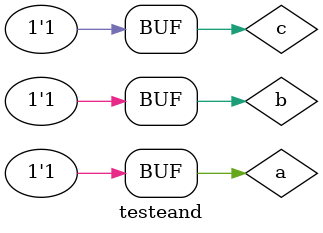
<source format=v>

module and3 (output s,input p,input q,input r);


 and and1(w1,p,q);
 and and2(s,w1,r);

endmodule

module testeand;

 reg a,b,c;
 wire s;
 
 and3 and1 (s,a,b,c);
 
 initial begin: start
   a=0; b=0; c=0;
  end

 initial
  begin
   $display("Teste AND3");
   $display("\np & q & r = s\n");
   $monitor("  %b   %b %b %b",s,a,b,c);

   #1 a=0;b=0;c=1;
   #1 a=0;b=1; c=0;
   #1 a=0;b=1;c=1;
   #1 a=1; b=0; c=0;
   #1 a=1;b=0;c=1;
   #1 a=1;b=1; c=0;
   #1 a=1;b=1;c=1;
  end
endmodule

</source>
